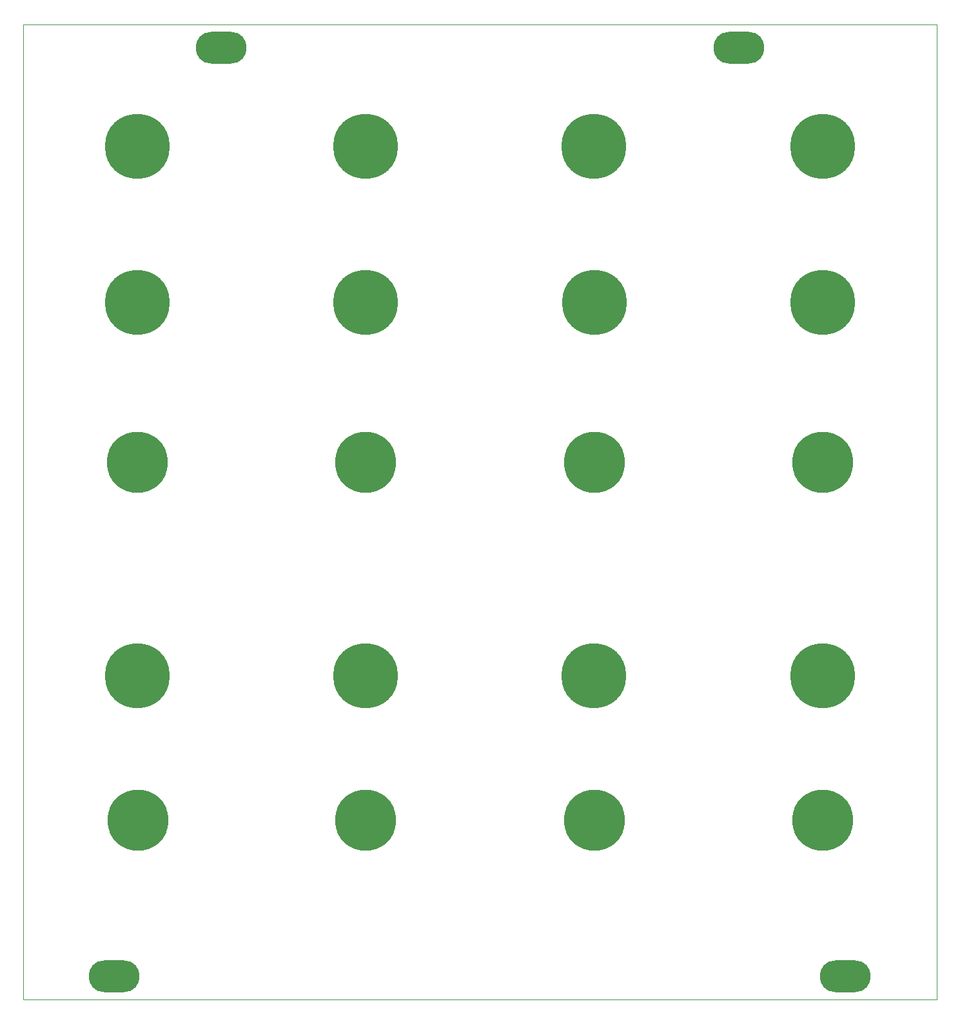
<source format=gtl>
G04 #@! TF.GenerationSoftware,KiCad,Pcbnew,(6.0.0)*
G04 #@! TF.CreationDate,2022-07-07T20:20:35+01:00*
G04 #@! TF.ProjectId,Drumbox,4472756d-626f-4782-9e6b-696361645f70,rev?*
G04 #@! TF.SameCoordinates,Original*
G04 #@! TF.FileFunction,Copper,L1,Top*
G04 #@! TF.FilePolarity,Positive*
%FSLAX46Y46*%
G04 Gerber Fmt 4.6, Leading zero omitted, Abs format (unit mm)*
G04 Created by KiCad (PCBNEW (6.0.0)) date 2022-07-07 20:20:35*
%MOMM*%
%LPD*%
G01*
G04 APERTURE LIST*
G04 #@! TA.AperFunction,Profile*
%ADD10C,0.050000*%
G04 #@! TD*
G04 #@! TA.AperFunction,ComponentPad*
%ADD11O,6.700000X4.200000*%
G04 #@! TD*
G04 #@! TA.AperFunction,ViaPad*
%ADD12C,8.500000*%
G04 #@! TD*
G04 #@! TA.AperFunction,ViaPad*
%ADD13C,8.000000*%
G04 #@! TD*
G04 APERTURE END LIST*
D10*
X40000000Y-43500000D02*
X160000000Y-43500000D01*
X160000000Y-171500000D02*
X40000000Y-171500000D01*
X160000000Y-43500000D02*
X160000000Y-171500000D01*
X40000000Y-43500000D02*
X40000000Y-171500000D01*
D11*
X148000000Y-168500000D03*
X66000000Y-46500000D03*
X134000000Y-46500000D03*
X52000000Y-168500000D03*
D12*
X84995066Y-128996300D03*
D13*
X84999999Y-147991588D03*
D12*
X144998766Y-79997533D03*
X114990244Y-128996639D03*
X84999327Y-59490916D03*
D13*
X145000000Y-101000000D03*
D12*
X144986537Y-59497983D03*
X84994632Y-79998991D03*
X54984521Y-59498309D03*
D13*
X144992586Y-147991588D03*
X55100000Y-147950000D03*
X84989232Y-100992932D03*
X115000000Y-101000000D03*
X114997644Y-147997644D03*
D12*
X55000000Y-129000000D03*
X114992606Y-59498655D03*
X114997977Y-79996300D03*
X54978457Y-79972408D03*
X144985173Y-128998991D03*
D13*
X54991588Y-100988900D03*
M02*

</source>
